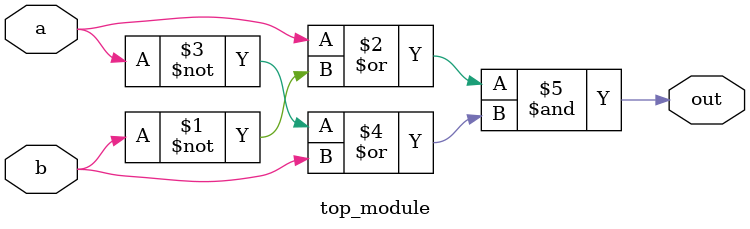
<source format=v>
module top_module (
    input  a,
    b,
    output out
);
  assign out = (a | ~b) & (~a | b);
  // assign out = a & b | ~a & ~b;
  // $$(A + \overline{B}) \cdot (\overline{A} + B)$$ or
  // $$A \cdot B + \overline A \cdot \overline B$$
endmodule

</source>
